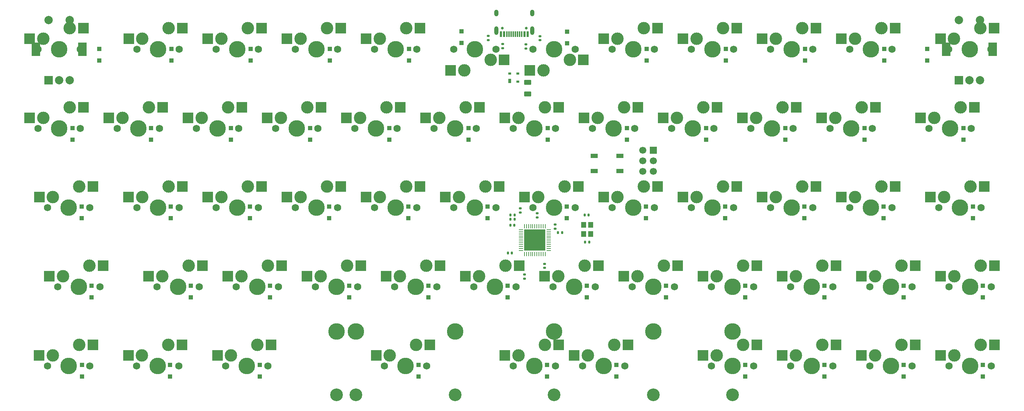
<source format=gbr>
%TF.GenerationSoftware,KiCad,Pcbnew,(6.0.7)*%
%TF.CreationDate,2022-10-27T18:22:06+02:00*%
%TF.ProjectId,the PETER keyboard,74686520-5045-4544-9552-206b6579626f,rev?*%
%TF.SameCoordinates,Original*%
%TF.FileFunction,Soldermask,Bot*%
%TF.FilePolarity,Negative*%
%FSLAX46Y46*%
G04 Gerber Fmt 4.6, Leading zero omitted, Abs format (unit mm)*
G04 Created by KiCad (PCBNEW (6.0.7)) date 2022-10-27 18:22:06*
%MOMM*%
%LPD*%
G01*
G04 APERTURE LIST*
G04 Aperture macros list*
%AMRoundRect*
0 Rectangle with rounded corners*
0 $1 Rounding radius*
0 $2 $3 $4 $5 $6 $7 $8 $9 X,Y pos of 4 corners*
0 Add a 4 corners polygon primitive as box body*
4,1,4,$2,$3,$4,$5,$6,$7,$8,$9,$2,$3,0*
0 Add four circle primitives for the rounded corners*
1,1,$1+$1,$2,$3*
1,1,$1+$1,$4,$5*
1,1,$1+$1,$6,$7*
1,1,$1+$1,$8,$9*
0 Add four rect primitives between the rounded corners*
20,1,$1+$1,$2,$3,$4,$5,0*
20,1,$1+$1,$4,$5,$6,$7,0*
20,1,$1+$1,$6,$7,$8,$9,0*
20,1,$1+$1,$8,$9,$2,$3,0*%
G04 Aperture macros list end*
%ADD10C,3.000000*%
%ADD11C,1.750000*%
%ADD12C,3.987800*%
%ADD13R,2.550000X2.500000*%
%ADD14C,3.048000*%
%ADD15R,2.000000X2.000000*%
%ADD16C,2.000000*%
%ADD17R,2.000000X3.200000*%
%ADD18R,1.100000X1.100000*%
%ADD19RoundRect,0.135000X0.185000X-0.135000X0.185000X0.135000X-0.185000X0.135000X-0.185000X-0.135000X0*%
%ADD20RoundRect,0.135000X-0.185000X0.135000X-0.185000X-0.135000X0.185000X-0.135000X0.185000X0.135000X0*%
%ADD21RoundRect,0.140000X-0.170000X0.140000X-0.170000X-0.140000X0.170000X-0.140000X0.170000X0.140000X0*%
%ADD22RoundRect,0.140000X-0.140000X-0.170000X0.140000X-0.170000X0.140000X0.170000X-0.140000X0.170000X0*%
%ADD23C,0.650000*%
%ADD24R,0.600000X1.450000*%
%ADD25R,0.300000X1.450000*%
%ADD26O,1.000000X1.600000*%
%ADD27O,1.000000X2.100000*%
%ADD28RoundRect,0.135000X-0.135000X-0.185000X0.135000X-0.185000X0.135000X0.185000X-0.135000X0.185000X0*%
%ADD29RoundRect,0.140000X0.140000X0.170000X-0.140000X0.170000X-0.140000X-0.170000X0.140000X-0.170000X0*%
%ADD30R,1.800000X1.100000*%
%ADD31RoundRect,0.250000X-0.625000X0.375000X-0.625000X-0.375000X0.625000X-0.375000X0.625000X0.375000X0*%
%ADD32RoundRect,0.140000X0.170000X-0.140000X0.170000X0.140000X-0.170000X0.140000X-0.170000X-0.140000X0*%
%ADD33R,0.700000X1.000000*%
%ADD34R,0.700000X0.600000*%
%ADD35R,1.200000X1.400000*%
%ADD36C,1.700000*%
%ADD37R,1.700000X1.700000*%
%ADD38RoundRect,0.062500X-0.062500X0.475000X-0.062500X-0.475000X0.062500X-0.475000X0.062500X0.475000X0*%
%ADD39RoundRect,0.062500X-0.475000X0.062500X-0.475000X-0.062500X0.475000X-0.062500X0.475000X0.062500X0*%
%ADD40R,5.200000X5.200000*%
G04 APERTURE END LIST*
D10*
%TO.C,MX56*%
X218440000Y-127762000D03*
D11*
X210820000Y-132842000D03*
D10*
X212090000Y-130302000D03*
D11*
X220980000Y-132842000D03*
D12*
X215900000Y-132842000D03*
D13*
X208815000Y-130302000D03*
X221742000Y-127762000D03*
%TD*%
D11*
%TO.C,MX51*%
X75006200Y-132842000D03*
D10*
X76276200Y-130302000D03*
D12*
X80086200Y-132842000D03*
D10*
X82626200Y-127762000D03*
D11*
X85166200Y-132842000D03*
D13*
X73001200Y-130302000D03*
X85928200Y-127762000D03*
%TD*%
D14*
%TO.C,MX52*%
X106324400Y-139827000D03*
D12*
X130200400Y-124587000D03*
X106324400Y-124587000D03*
D10*
X114452400Y-130302000D03*
X120802400Y-127762000D03*
D11*
X123342400Y-132842000D03*
X113182400Y-132842000D03*
D14*
X130200400Y-139827000D03*
D12*
X118262400Y-132842000D03*
D13*
X111177400Y-130302000D03*
X124104400Y-127762000D03*
%TD*%
D10*
%TO.C,MX13*%
X31115000Y-73152000D03*
D11*
X29845000Y-75692000D03*
D12*
X34925000Y-75692000D03*
D10*
X37465000Y-70612000D03*
D11*
X40005000Y-75692000D03*
D13*
X27840000Y-73152000D03*
X40767000Y-70612000D03*
%TD*%
D12*
%TO.C,MX37*%
X39674800Y-113792000D03*
D11*
X44754800Y-113792000D03*
X34594800Y-113792000D03*
D10*
X42214800Y-108712000D03*
X35864800Y-111252000D03*
D13*
X32589800Y-111252000D03*
X45516800Y-108712000D03*
%TD*%
D11*
%TO.C,MX19*%
X154305000Y-75692000D03*
X144145000Y-75692000D03*
D12*
X149225000Y-75692000D03*
D10*
X145415000Y-73152000D03*
X151765000Y-70612000D03*
D13*
X142140000Y-73152000D03*
X155067000Y-70612000D03*
%TD*%
D11*
%TO.C,MX54*%
X170942000Y-132842000D03*
D14*
X177800000Y-139827000D03*
D12*
X165862000Y-132842000D03*
X153924000Y-124587000D03*
X177800000Y-124587000D03*
D14*
X153924000Y-139827000D03*
D10*
X162052000Y-130302000D03*
D11*
X160782000Y-132842000D03*
D10*
X168402000Y-127762000D03*
D13*
X158777000Y-130302000D03*
X171704000Y-127762000D03*
%TD*%
D10*
%TO.C,MX7*%
X151384000Y-61722000D03*
D11*
X159004000Y-56642000D03*
D10*
X157734000Y-59182000D03*
D11*
X148844000Y-56642000D03*
D12*
X153924000Y-56642000D03*
D13*
X161009000Y-59182000D03*
X148082000Y-61722000D03*
%TD*%
D10*
%TO.C,MX46*%
X212090000Y-111252000D03*
D11*
X220980000Y-113792000D03*
D10*
X218440000Y-108712000D03*
D11*
X210820000Y-113792000D03*
D12*
X215900000Y-113792000D03*
D13*
X208815000Y-111252000D03*
X221742000Y-108712000D03*
%TD*%
D15*
%TO.C,SW1*%
X32425000Y-64142000D03*
D16*
X37425000Y-64142000D03*
X34925000Y-64142000D03*
D17*
X29325000Y-56642000D03*
X40525000Y-56642000D03*
D16*
X37425000Y-49642000D03*
X32425000Y-49642000D03*
%TD*%
D10*
%TO.C,MX48*%
X256540000Y-108712000D03*
D11*
X248920000Y-113792000D03*
D10*
X250190000Y-111252000D03*
D11*
X259080000Y-113792000D03*
D12*
X254000000Y-113792000D03*
D13*
X246915000Y-111252000D03*
X259842000Y-108712000D03*
%TD*%
D10*
%TO.C,MX14*%
X56515000Y-70612000D03*
D11*
X59055000Y-75692000D03*
D10*
X50165000Y-73152000D03*
D12*
X53975000Y-75692000D03*
D11*
X48895000Y-75692000D03*
D13*
X46890000Y-73152000D03*
X59817000Y-70612000D03*
%TD*%
D10*
%TO.C,MX12*%
X250164600Y-54102000D03*
X256514600Y-51562000D03*
D12*
X253974600Y-56642000D03*
D11*
X248894600Y-56642000D03*
X259054600Y-56642000D03*
D13*
X246889600Y-54102000D03*
X259816600Y-51562000D03*
%TD*%
D10*
%TO.C,MX30*%
X131064000Y-92202000D03*
D11*
X139954000Y-94742000D03*
D12*
X134874000Y-94742000D03*
D11*
X129794000Y-94742000D03*
D10*
X137414000Y-89662000D03*
D13*
X127789000Y-92202000D03*
X140716000Y-89662000D03*
%TD*%
D10*
%TO.C,MX15*%
X69215000Y-73152000D03*
D11*
X78105000Y-75692000D03*
D12*
X73025000Y-75692000D03*
D10*
X75565000Y-70612000D03*
D11*
X67945000Y-75692000D03*
D13*
X65940000Y-73152000D03*
X78867000Y-70612000D03*
%TD*%
D11*
%TO.C,MX26*%
X63754000Y-94742000D03*
D12*
X58674000Y-94742000D03*
D10*
X61214000Y-89662000D03*
X54864000Y-92202000D03*
D11*
X53594000Y-94742000D03*
D13*
X51589000Y-92202000D03*
X64516000Y-89662000D03*
%TD*%
D11*
%TO.C,MX11*%
X235204000Y-56642000D03*
D10*
X226314000Y-54102000D03*
D12*
X230124000Y-56642000D03*
D11*
X225044000Y-56642000D03*
D10*
X232664000Y-51562000D03*
D13*
X223039000Y-54102000D03*
X235966000Y-51562000D03*
%TD*%
D11*
%TO.C,MX45*%
X191770000Y-113792000D03*
D10*
X199390000Y-108712000D03*
D12*
X196850000Y-113792000D03*
D11*
X201930000Y-113792000D03*
D10*
X193040000Y-111252000D03*
D13*
X189765000Y-111252000D03*
X202692000Y-108712000D03*
%TD*%
D10*
%TO.C,MX18*%
X126365000Y-73152000D03*
D11*
X125095000Y-75692000D03*
X135255000Y-75692000D03*
D10*
X132715000Y-70612000D03*
D12*
X130175000Y-75692000D03*
D13*
X123090000Y-73152000D03*
X136017000Y-70612000D03*
%TD*%
D11*
%TO.C,MX32*%
X167894000Y-94742000D03*
D12*
X172974000Y-94742000D03*
D10*
X169164000Y-92202000D03*
D11*
X178054000Y-94742000D03*
D10*
X175514000Y-89662000D03*
D13*
X165889000Y-92202000D03*
X178816000Y-89662000D03*
%TD*%
D11*
%TO.C,MX22*%
X201295000Y-75692000D03*
D12*
X206375000Y-75692000D03*
D10*
X208915000Y-70612000D03*
X202565000Y-73152000D03*
D11*
X211455000Y-75692000D03*
D13*
X199290000Y-73152000D03*
X212217000Y-70612000D03*
%TD*%
D11*
%TO.C,MX35*%
X225044000Y-94742000D03*
D12*
X230124000Y-94742000D03*
D10*
X232664000Y-89662000D03*
D11*
X235204000Y-94742000D03*
D10*
X226314000Y-92202000D03*
D13*
X223039000Y-92202000D03*
X235966000Y-89662000D03*
%TD*%
D11*
%TO.C,MX27*%
X82804000Y-94742000D03*
D10*
X80264000Y-89662000D03*
X73914000Y-92202000D03*
D11*
X72644000Y-94742000D03*
D12*
X77724000Y-94742000D03*
D13*
X70639000Y-92202000D03*
X83566000Y-89662000D03*
%TD*%
D10*
%TO.C,MX43*%
X161290000Y-108712000D03*
D11*
X163830000Y-113792000D03*
D12*
X158750000Y-113792000D03*
D10*
X154940000Y-111252000D03*
D11*
X153670000Y-113792000D03*
D13*
X151665000Y-111252000D03*
X164592000Y-108712000D03*
%TD*%
D10*
%TO.C,MX3*%
X73914000Y-54102000D03*
D11*
X72644000Y-56642000D03*
D10*
X80264000Y-51562000D03*
D12*
X77724000Y-56642000D03*
D11*
X82804000Y-56642000D03*
D13*
X70639000Y-54102000D03*
X83566000Y-51562000D03*
%TD*%
D12*
%TO.C,MX33*%
X192024000Y-94742000D03*
D11*
X186944000Y-94742000D03*
X197104000Y-94742000D03*
D10*
X188214000Y-92202000D03*
X194564000Y-89662000D03*
D13*
X184939000Y-92202000D03*
X197866000Y-89662000D03*
%TD*%
D12*
%TO.C,MX50*%
X58648600Y-132842000D03*
D10*
X54838600Y-130302000D03*
D11*
X63728600Y-132842000D03*
D10*
X61188600Y-127762000D03*
D11*
X53568600Y-132842000D03*
D13*
X51563600Y-130302000D03*
X64490600Y-127762000D03*
%TD*%
D10*
%TO.C,MX47*%
X231140000Y-111252000D03*
D11*
X229870000Y-113792000D03*
X240030000Y-113792000D03*
D12*
X234950000Y-113792000D03*
D10*
X237490000Y-108712000D03*
D13*
X227865000Y-111252000D03*
X240792000Y-108712000D03*
%TD*%
D10*
%TO.C,MX28*%
X99314000Y-89662000D03*
D11*
X91694000Y-94742000D03*
D12*
X96774000Y-94742000D03*
D11*
X101854000Y-94742000D03*
D10*
X92964000Y-92202000D03*
D13*
X89689000Y-92202000D03*
X102616000Y-89662000D03*
%TD*%
D12*
%TO.C,MX6*%
X134874000Y-56642000D03*
D10*
X138684000Y-59182000D03*
D11*
X129794000Y-56642000D03*
D10*
X132334000Y-61722000D03*
D11*
X139954000Y-56642000D03*
D13*
X141959000Y-59182000D03*
X129032000Y-61722000D03*
%TD*%
D10*
%TO.C,MX49*%
X39751000Y-127762000D03*
D11*
X42291000Y-132842000D03*
D10*
X33401000Y-130302000D03*
D11*
X32131000Y-132842000D03*
D12*
X37211000Y-132842000D03*
D13*
X30126000Y-130302000D03*
X43053000Y-127762000D03*
%TD*%
D11*
%TO.C,MX10*%
X205994000Y-56642000D03*
D10*
X213614000Y-51562000D03*
D12*
X211074000Y-56642000D03*
D10*
X207264000Y-54102000D03*
D11*
X216154000Y-56642000D03*
D13*
X203989000Y-54102000D03*
X216916000Y-51562000D03*
%TD*%
D11*
%TO.C,MX8*%
X167894000Y-56642000D03*
X178054000Y-56642000D03*
D12*
X172974000Y-56642000D03*
D10*
X169164000Y-54102000D03*
X175514000Y-51562000D03*
D13*
X165889000Y-54102000D03*
X178816000Y-51562000D03*
%TD*%
D10*
%TO.C,MX9*%
X188214000Y-54102000D03*
D11*
X197104000Y-56642000D03*
X186944000Y-56642000D03*
D10*
X194564000Y-51562000D03*
D12*
X192024000Y-56642000D03*
D13*
X184939000Y-54102000D03*
X197866000Y-51562000D03*
%TD*%
D12*
%TO.C,MX42*%
X139700000Y-113792000D03*
D10*
X135890000Y-111252000D03*
D11*
X144780000Y-113792000D03*
D10*
X142240000Y-108712000D03*
D11*
X134620000Y-113792000D03*
D13*
X132615000Y-111252000D03*
X145542000Y-108712000D03*
%TD*%
D12*
%TO.C,MX24*%
X249224800Y-75692000D03*
D10*
X245414800Y-73152000D03*
D11*
X244144800Y-75692000D03*
X254304800Y-75692000D03*
D10*
X251764800Y-70612000D03*
D13*
X242139800Y-73152000D03*
X255066800Y-70612000D03*
%TD*%
D12*
%TO.C,MX20*%
X168275000Y-75692000D03*
D11*
X163195000Y-75692000D03*
D10*
X164465000Y-73152000D03*
D11*
X173355000Y-75692000D03*
D10*
X170815000Y-70612000D03*
D13*
X161190000Y-73152000D03*
X174117000Y-70612000D03*
%TD*%
D11*
%TO.C,MX1*%
X29845000Y-56642000D03*
D10*
X37465000Y-51562000D03*
X31115000Y-54102000D03*
D12*
X34925000Y-56642000D03*
D11*
X40005000Y-56642000D03*
D13*
X27840000Y-54102000D03*
X40767000Y-51562000D03*
%TD*%
D10*
%TO.C,MX16*%
X88265000Y-73152000D03*
D12*
X92075000Y-75692000D03*
D11*
X86995000Y-75692000D03*
X97155000Y-75692000D03*
D10*
X94615000Y-70612000D03*
D13*
X84990000Y-73152000D03*
X97917000Y-70612000D03*
%TD*%
D11*
%TO.C,MX38*%
X58420000Y-113792000D03*
D10*
X66040000Y-108712000D03*
D12*
X63500000Y-113792000D03*
D10*
X59690000Y-111252000D03*
D11*
X68580000Y-113792000D03*
D13*
X56415000Y-111252000D03*
X69342000Y-108712000D03*
%TD*%
D10*
%TO.C,MX31*%
X150114000Y-92202000D03*
X156464000Y-89662000D03*
D11*
X148844000Y-94742000D03*
X159004000Y-94742000D03*
D12*
X153924000Y-94742000D03*
D13*
X146839000Y-92202000D03*
X159766000Y-89662000D03*
%TD*%
D14*
%TO.C,MX53*%
X101600000Y-139827000D03*
D10*
X145415000Y-130302000D03*
D14*
X196850000Y-139827000D03*
D12*
X149225000Y-132842000D03*
X101600000Y-124587000D03*
D11*
X154305000Y-132842000D03*
D12*
X196850000Y-124587000D03*
D11*
X144145000Y-132842000D03*
D10*
X151765000Y-127762000D03*
D13*
X142140000Y-130302000D03*
X155067000Y-127762000D03*
%TD*%
D12*
%TO.C,MX29*%
X115824000Y-94742000D03*
D11*
X110744000Y-94742000D03*
D10*
X118364000Y-89662000D03*
D11*
X120904000Y-94742000D03*
D10*
X112014000Y-92202000D03*
D13*
X108739000Y-92202000D03*
X121666000Y-89662000D03*
%TD*%
D10*
%TO.C,MX39*%
X85090000Y-108712000D03*
D11*
X87630000Y-113792000D03*
X77470000Y-113792000D03*
D10*
X78740000Y-111252000D03*
D12*
X82550000Y-113792000D03*
D13*
X75465000Y-111252000D03*
X88392000Y-108712000D03*
%TD*%
D10*
%TO.C,MX55*%
X199390000Y-127762000D03*
D11*
X191770000Y-132842000D03*
D10*
X193040000Y-130302000D03*
D12*
X196850000Y-132842000D03*
D11*
X201930000Y-132842000D03*
D13*
X189765000Y-130302000D03*
X202692000Y-127762000D03*
%TD*%
D12*
%TO.C,MX40*%
X101600000Y-113792000D03*
D11*
X106680000Y-113792000D03*
D10*
X104140000Y-108712000D03*
X97790000Y-111252000D03*
D11*
X96520000Y-113792000D03*
D13*
X94515000Y-111252000D03*
X107442000Y-108712000D03*
%TD*%
D10*
%TO.C,MX21*%
X183515000Y-73152000D03*
X189865000Y-70612000D03*
D11*
X182245000Y-75692000D03*
D12*
X187325000Y-75692000D03*
D11*
X192405000Y-75692000D03*
D13*
X180240000Y-73152000D03*
X193167000Y-70612000D03*
%TD*%
D10*
%TO.C,MX5*%
X112014000Y-54102000D03*
D11*
X120904000Y-56642000D03*
D10*
X118364000Y-51562000D03*
D11*
X110744000Y-56642000D03*
D12*
X115824000Y-56642000D03*
D13*
X108739000Y-54102000D03*
X121666000Y-51562000D03*
%TD*%
D12*
%TO.C,MX44*%
X177800000Y-113792000D03*
D10*
X180340000Y-108712000D03*
D11*
X182880000Y-113792000D03*
X172720000Y-113792000D03*
D10*
X173990000Y-111252000D03*
D13*
X170715000Y-111252000D03*
X183642000Y-108712000D03*
%TD*%
D10*
%TO.C,MX36*%
X247751600Y-92202000D03*
D12*
X251561600Y-94742000D03*
D11*
X246481600Y-94742000D03*
X256641600Y-94742000D03*
D10*
X254101600Y-89662000D03*
D13*
X244476600Y-92202000D03*
X257403600Y-89662000D03*
%TD*%
D15*
%TO.C,SW12*%
X251373000Y-64142000D03*
D16*
X256373000Y-64142000D03*
X253873000Y-64142000D03*
D17*
X248273000Y-56642000D03*
X259473000Y-56642000D03*
D16*
X256373000Y-49642000D03*
X251373000Y-49642000D03*
%TD*%
D11*
%TO.C,MX4*%
X101854000Y-56642000D03*
D10*
X99314000Y-51562000D03*
D12*
X96774000Y-56642000D03*
D11*
X91694000Y-56642000D03*
D10*
X92964000Y-54102000D03*
D13*
X89689000Y-54102000D03*
X102616000Y-51562000D03*
%TD*%
D11*
%TO.C,MX25*%
X42316400Y-94742000D03*
D12*
X37236400Y-94742000D03*
D10*
X33426400Y-92202000D03*
D11*
X32156400Y-94742000D03*
D10*
X39776400Y-89662000D03*
D13*
X30151400Y-92202000D03*
X43078400Y-89662000D03*
%TD*%
D11*
%TO.C,MX17*%
X116205000Y-75692000D03*
X106045000Y-75692000D03*
D12*
X111125000Y-75692000D03*
D10*
X107315000Y-73152000D03*
X113665000Y-70612000D03*
D13*
X104040000Y-73152000D03*
X116967000Y-70612000D03*
%TD*%
D10*
%TO.C,MX41*%
X123190000Y-108712000D03*
D12*
X120650000Y-113792000D03*
D11*
X125730000Y-113792000D03*
X115570000Y-113792000D03*
D10*
X116840000Y-111252000D03*
D13*
X113565000Y-111252000D03*
X126492000Y-108712000D03*
%TD*%
D12*
%TO.C,MX34*%
X211074000Y-94742000D03*
D10*
X207264000Y-92202000D03*
X213614000Y-89662000D03*
D11*
X216154000Y-94742000D03*
X205994000Y-94742000D03*
D13*
X203989000Y-92202000D03*
X216916000Y-89662000D03*
%TD*%
D11*
%TO.C,MX58*%
X259080000Y-132842000D03*
D10*
X250190000Y-130302000D03*
D11*
X248920000Y-132842000D03*
D10*
X256540000Y-127762000D03*
D12*
X254000000Y-132842000D03*
D13*
X246915000Y-130302000D03*
X259842000Y-127762000D03*
%TD*%
D11*
%TO.C,MX2*%
X53657500Y-56642000D03*
D12*
X58737500Y-56642000D03*
D10*
X54927500Y-54102000D03*
D11*
X63817500Y-56642000D03*
D10*
X61277500Y-51562000D03*
D13*
X51652500Y-54102000D03*
X64579500Y-51562000D03*
%TD*%
D10*
%TO.C,MX57*%
X231140000Y-130302000D03*
D11*
X240030000Y-132842000D03*
X229870000Y-132842000D03*
D10*
X237490000Y-127762000D03*
D12*
X234950000Y-132842000D03*
D13*
X227865000Y-130302000D03*
X240792000Y-127762000D03*
%TD*%
D11*
%TO.C,MX23*%
X230505000Y-75692000D03*
D12*
X225425000Y-75692000D03*
D10*
X221615000Y-73152000D03*
X227965000Y-70612000D03*
D11*
X220345000Y-75692000D03*
D13*
X218340000Y-73152000D03*
X231267000Y-70612000D03*
%TD*%
D18*
%TO.C,D40*%
X104663000Y-116350000D03*
X104663000Y-113550000D03*
%TD*%
%TO.C,D28*%
X99900500Y-97300000D03*
X99900500Y-94500000D03*
%TD*%
D19*
%TO.C,R_reset1*%
X154178000Y-99824000D03*
X154178000Y-98804000D03*
%TD*%
D18*
%TO.C,D21*%
X190500000Y-78400000D03*
X190500000Y-75600000D03*
%TD*%
D20*
%TO.C,R_USB2*%
X147200000Y-55446200D03*
X147200000Y-56466200D03*
%TD*%
D18*
%TO.C,D26*%
X61800500Y-97300000D03*
X61800500Y-94500000D03*
%TD*%
%TO.C,D9*%
X195262500Y-59350000D03*
X195262500Y-56550000D03*
%TD*%
%TO.C,D50*%
X61600000Y-135400000D03*
X61600000Y-132600000D03*
%TD*%
%TO.C,D44*%
X180863000Y-116350000D03*
X180863000Y-113550000D03*
%TD*%
%TO.C,D45*%
X199913000Y-116350000D03*
X199913000Y-113550000D03*
%TD*%
%TO.C,D17*%
X114300000Y-78400000D03*
X114300000Y-75600000D03*
%TD*%
%TO.C,D52*%
X121331800Y-135400000D03*
X121331800Y-132600000D03*
%TD*%
%TO.C,D58*%
X257063000Y-135400000D03*
X257063000Y-132600000D03*
%TD*%
D20*
%TO.C,R_HWB/PE2*%
X146812000Y-110869000D03*
X146812000Y-111889000D03*
%TD*%
D18*
%TO.C,D38*%
X66563000Y-116350000D03*
X66563000Y-113550000D03*
%TD*%
D21*
%TO.C,C_Decoupler1*%
X151638000Y-108295795D03*
X151638000Y-109255795D03*
%TD*%
D22*
%TO.C,C_crystal2*%
X161318000Y-96558100D03*
X162278000Y-96558100D03*
%TD*%
D18*
%TO.C,D35*%
X233250500Y-97300000D03*
X233250500Y-94500000D03*
%TD*%
D23*
%TO.C,J1*%
X141510000Y-51622000D03*
X147290000Y-51622000D03*
D24*
X141150000Y-53067000D03*
X141950000Y-53067000D03*
D25*
X143150000Y-53067000D03*
X144150000Y-53067000D03*
X144650000Y-53067000D03*
X145650000Y-53067000D03*
D24*
X146850000Y-53067000D03*
X147650000Y-53067000D03*
X147650000Y-53067000D03*
X146850000Y-53067000D03*
D25*
X146150000Y-53067000D03*
X145150000Y-53067000D03*
X143650000Y-53067000D03*
X142650000Y-53067000D03*
D24*
X141950000Y-53067000D03*
X141150000Y-53067000D03*
D26*
X148720000Y-47972000D03*
X140080000Y-47972000D03*
D27*
X140080000Y-52152000D03*
X148720000Y-52152000D03*
%TD*%
D18*
%TO.C,D23*%
X228600000Y-78431800D03*
X228600000Y-75631800D03*
%TD*%
%TO.C,D42*%
X142763000Y-116350000D03*
X142763000Y-113550000D03*
%TD*%
%TO.C,D47*%
X238013000Y-116350000D03*
X238013000Y-113550000D03*
%TD*%
%TO.C,D4*%
X100012500Y-59350000D03*
X100012500Y-56550000D03*
%TD*%
%TO.C,D3*%
X80962500Y-59350000D03*
X80962500Y-56550000D03*
%TD*%
D28*
%TO.C,R_USB3*%
X143469900Y-97586800D03*
X144489900Y-97586800D03*
%TD*%
D20*
%TO.C,R_USB1*%
X141600000Y-55420800D03*
X141600000Y-56440800D03*
%TD*%
D18*
%TO.C,D27*%
X80850500Y-97300000D03*
X80850500Y-94500000D03*
%TD*%
%TO.C,D12*%
X243681300Y-59350000D03*
X243681300Y-56550000D03*
%TD*%
D29*
%TO.C,C_Decoupler2*%
X143824900Y-105664000D03*
X142864900Y-105664000D03*
%TD*%
D18*
%TO.C,D1*%
X44577000Y-59350000D03*
X44577000Y-56550000D03*
%TD*%
%TO.C,D37*%
X42750500Y-116350000D03*
X42750500Y-113550000D03*
%TD*%
D30*
%TO.C,SW2*%
X169787500Y-82287500D03*
X163587500Y-85987500D03*
X169787500Y-85987500D03*
X163587500Y-82287500D03*
%TD*%
D18*
%TO.C,D39*%
X85613000Y-116350000D03*
X85613000Y-113550000D03*
%TD*%
D28*
%TO.C,R_USB4*%
X143469900Y-96520000D03*
X144489900Y-96520000D03*
%TD*%
D18*
%TO.C,D11*%
X233362500Y-59350000D03*
X233362500Y-56550000D03*
%TD*%
%TO.C,D51*%
X83200000Y-135400000D03*
X83200000Y-132600000D03*
%TD*%
D31*
%TO.C,F_USBC1*%
X147600000Y-64600000D03*
X147600000Y-67400000D03*
%TD*%
D20*
%TO.C,R_USBSHIELD1*%
X138112500Y-53465000D03*
X138112500Y-54485000D03*
%TD*%
D18*
%TO.C,D33*%
X195150500Y-97300000D03*
X195150500Y-94500000D03*
%TD*%
%TO.C,D7*%
X157099000Y-52448000D03*
X157099000Y-55248000D03*
%TD*%
%TO.C,D41*%
X123713000Y-116350000D03*
X123713000Y-113550000D03*
%TD*%
%TO.C,D43*%
X161813000Y-116350000D03*
X161813000Y-113550000D03*
%TD*%
D32*
%TO.C,C_UCAP1*%
X145846800Y-95933200D03*
X145846800Y-94973200D03*
%TD*%
D18*
%TO.C,D57*%
X238013000Y-135400000D03*
X238013000Y-132600000D03*
%TD*%
D29*
%TO.C,C_Decoupler5*%
X144409100Y-99034600D03*
X143449100Y-99034600D03*
%TD*%
D18*
%TO.C,D13*%
X38100000Y-78400000D03*
X38100000Y-75600000D03*
%TD*%
D29*
%TO.C,C_crystal1*%
X162405000Y-103060500D03*
X161445000Y-103060500D03*
%TD*%
D18*
%TO.C,D10*%
X214312500Y-59350000D03*
X214312500Y-56550000D03*
%TD*%
%TO.C,D16*%
X95250000Y-78400000D03*
X95250000Y-75600000D03*
%TD*%
%TO.C,D25*%
X40369300Y-97300000D03*
X40369300Y-94500000D03*
%TD*%
%TO.C,D32*%
X176100500Y-97300000D03*
X176100500Y-94500000D03*
%TD*%
%TO.C,D8*%
X176212500Y-59350000D03*
X176212500Y-56550000D03*
%TD*%
%TO.C,D48*%
X257063000Y-116350000D03*
X257063000Y-113550000D03*
%TD*%
D33*
%TO.C,D59*%
X143272000Y-64250000D03*
D34*
X143272000Y-62550000D03*
X145272000Y-62550000D03*
X145272000Y-64450000D03*
%TD*%
D21*
%TO.C,C_USBSHIELD1*%
X150600000Y-53520000D03*
X150600000Y-54480000D03*
%TD*%
D18*
%TO.C,D56*%
X218963000Y-135400000D03*
X218963000Y-132600000D03*
%TD*%
%TO.C,D30*%
X138000500Y-97300000D03*
X138000500Y-94500000D03*
%TD*%
%TO.C,D22*%
X209550000Y-78400000D03*
X209550000Y-75600000D03*
%TD*%
%TO.C,D53*%
X152288000Y-135400000D03*
X152288000Y-132600000D03*
%TD*%
%TO.C,D34*%
X214200500Y-97300000D03*
X214200500Y-94500000D03*
%TD*%
D35*
%TO.C,Y1*%
X161075000Y-101112500D03*
X161075000Y-98912500D03*
X162775000Y-98912500D03*
X162775000Y-101112500D03*
%TD*%
D18*
%TO.C,D6*%
X131699000Y-52321000D03*
X131699000Y-55121000D03*
%TD*%
%TO.C,D18*%
X133350000Y-78400000D03*
X133350000Y-75600000D03*
%TD*%
D32*
%TO.C,C_Decoupler4*%
X149860000Y-97101600D03*
X149860000Y-96141600D03*
%TD*%
D18*
%TO.C,D19*%
X152400000Y-78400000D03*
X152400000Y-75600000D03*
%TD*%
D22*
%TO.C,C_Decoupler3*%
X154920000Y-100800000D03*
X155880000Y-100800000D03*
%TD*%
D18*
%TO.C,D46*%
X218963000Y-116350000D03*
X218963000Y-113550000D03*
%TD*%
%TO.C,D31*%
X157050500Y-97300000D03*
X157050500Y-94500000D03*
%TD*%
%TO.C,D29*%
X118950500Y-97300000D03*
X118950500Y-94500000D03*
%TD*%
%TO.C,D54*%
X168956800Y-135400000D03*
X168956800Y-132600000D03*
%TD*%
%TO.C,D2*%
X61912500Y-59350000D03*
X61912500Y-56550000D03*
%TD*%
%TO.C,D5*%
X119062500Y-59350000D03*
X119062500Y-56550000D03*
%TD*%
%TO.C,D24*%
X252412500Y-78400000D03*
X252412500Y-75600000D03*
%TD*%
%TO.C,D20*%
X171450000Y-78400000D03*
X171450000Y-75600000D03*
%TD*%
D36*
%TO.C,J2*%
X175260000Y-86042500D03*
X177800000Y-86042500D03*
X175260000Y-83502500D03*
X177800000Y-83502500D03*
X175260000Y-80962500D03*
D37*
X177800000Y-80962500D03*
%TD*%
D18*
%TO.C,D36*%
X254681800Y-97300000D03*
X254681800Y-94500000D03*
%TD*%
%TO.C,D14*%
X57000000Y-78400000D03*
X57000000Y-75600000D03*
%TD*%
%TO.C,D49*%
X40400000Y-135400000D03*
X40400000Y-132600000D03*
%TD*%
%TO.C,D55*%
X199913000Y-135400000D03*
X199913000Y-132600000D03*
%TD*%
D38*
%TO.C,U1*%
X146839300Y-99253100D03*
X147339300Y-99253100D03*
X147839300Y-99253100D03*
X148339300Y-99253100D03*
X148839300Y-99253100D03*
X149339300Y-99253100D03*
X149839300Y-99253100D03*
X150339300Y-99253100D03*
X150839300Y-99253100D03*
X151339300Y-99253100D03*
X151839300Y-99253100D03*
D39*
X152676800Y-100090600D03*
X152676800Y-100590600D03*
X152676800Y-101090600D03*
X152676800Y-101590600D03*
X152676800Y-102090600D03*
X152676800Y-102590600D03*
X152676800Y-103090600D03*
X152676800Y-103590600D03*
X152676800Y-104090600D03*
X152676800Y-104590600D03*
X152676800Y-105090600D03*
D38*
X151839300Y-105928100D03*
X151339300Y-105928100D03*
X150839300Y-105928100D03*
X150339300Y-105928100D03*
X149839300Y-105928100D03*
X149339300Y-105928100D03*
X148839300Y-105928100D03*
X148339300Y-105928100D03*
X147839300Y-105928100D03*
X147339300Y-105928100D03*
X146839300Y-105928100D03*
D39*
X146001800Y-105090600D03*
X146001800Y-104590600D03*
X146001800Y-104090600D03*
X146001800Y-103590600D03*
X146001800Y-103090600D03*
X146001800Y-102590600D03*
X146001800Y-102090600D03*
X146001800Y-101590600D03*
X146001800Y-101090600D03*
X146001800Y-100590600D03*
X146001800Y-100090600D03*
D40*
X149339300Y-102590600D03*
%TD*%
D18*
%TO.C,D15*%
X76200000Y-78400000D03*
X76200000Y-75600000D03*
%TD*%
M02*

</source>
